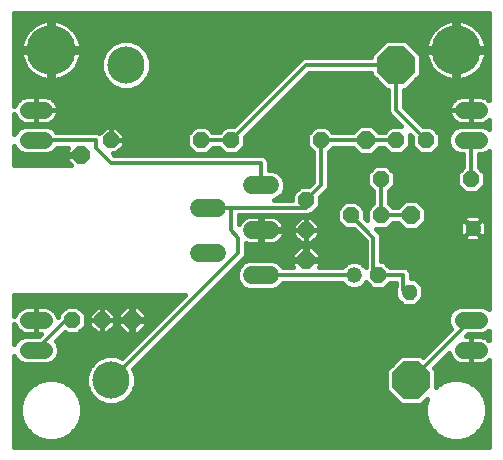
<source format=gtl>
G75*
%MOIN*%
%OFA0B0*%
%FSLAX24Y24*%
%IPPOS*%
%LPD*%
%AMOC8*
5,1,8,0,0,1.08239X$1,22.5*
%
%ADD10OC8,0.0520*%
%ADD11C,0.0520*%
%ADD12C,0.1240*%
%ADD13OC8,0.1240*%
%ADD14C,0.0600*%
%ADD15C,0.0104*%
%ADD16C,0.0560*%
%ADD17OC8,0.0600*%
%ADD18C,0.1650*%
%ADD19C,0.0120*%
%ADD20C,0.0160*%
D10*
X003380Y005180D03*
X004380Y005180D03*
X004680Y011180D03*
X007680Y011180D03*
X008680Y011180D03*
X011180Y009180D03*
X011180Y008180D03*
X012680Y008680D03*
X013680Y008680D03*
X013680Y009880D03*
X014180Y011180D03*
X015180Y011180D03*
X016680Y009880D03*
X013580Y006680D03*
X011680Y011180D03*
D11*
X012780Y006680D03*
D12*
X005180Y013680D03*
X004680Y003180D03*
D13*
X014680Y003180D03*
X014180Y013680D03*
D14*
X009980Y009680D02*
X009380Y009680D01*
X008230Y008930D02*
X007630Y008930D01*
X007630Y007430D02*
X008230Y007430D01*
X009380Y006680D02*
X009980Y006680D01*
X009980Y008180D02*
X009380Y008180D01*
D15*
X014464Y006085D02*
X014412Y006033D01*
X014412Y006205D01*
X014533Y006326D01*
X014705Y006326D01*
X014826Y006205D01*
X014826Y006033D01*
X014705Y005912D01*
X014533Y005912D01*
X014412Y006033D01*
X014490Y006065D01*
X014490Y006173D01*
X014565Y006248D01*
X014673Y006248D01*
X014748Y006173D01*
X014748Y006065D01*
X014673Y005990D01*
X014565Y005990D01*
X014490Y006065D01*
X014568Y006098D01*
X014568Y006140D01*
X014598Y006170D01*
X014640Y006170D01*
X014670Y006140D01*
X014670Y006098D01*
X014640Y006068D01*
X014598Y006068D01*
X014568Y006098D01*
X016586Y008207D02*
X016534Y008155D01*
X016534Y008327D01*
X016655Y008448D01*
X016827Y008448D01*
X016948Y008327D01*
X016948Y008155D01*
X016827Y008034D01*
X016655Y008034D01*
X016534Y008155D01*
X016612Y008187D01*
X016612Y008295D01*
X016687Y008370D01*
X016795Y008370D01*
X016870Y008295D01*
X016870Y008187D01*
X016795Y008112D01*
X016687Y008112D01*
X016612Y008187D01*
X016690Y008220D01*
X016690Y008262D01*
X016720Y008292D01*
X016762Y008292D01*
X016792Y008262D01*
X016792Y008220D01*
X016762Y008190D01*
X016720Y008190D01*
X016690Y008220D01*
D16*
X016960Y011180D02*
X016400Y011180D01*
X016400Y012180D02*
X016960Y012180D01*
X016960Y005180D02*
X016400Y005180D01*
X016400Y004180D02*
X016960Y004180D01*
X002460Y004180D02*
X001900Y004180D01*
X001900Y005180D02*
X002460Y005180D01*
X002460Y011180D02*
X001900Y011180D01*
X001900Y012180D02*
X002460Y012180D01*
D17*
X003680Y010680D03*
X005380Y005180D03*
X011180Y007180D03*
X014680Y008680D03*
X013180Y011180D03*
D18*
X016180Y014180D03*
X002680Y014180D03*
D19*
X002180Y011180D02*
X004180Y011180D01*
X004180Y010930D01*
X004680Y010430D01*
X009680Y010430D01*
X009680Y009680D01*
X008680Y008930D02*
X008680Y008180D01*
X008930Y007930D01*
X008930Y007430D01*
X004680Y003180D01*
X003380Y005180D02*
X003180Y005180D01*
X002180Y004180D01*
X007930Y008930D02*
X008680Y008930D01*
X011180Y008930D01*
X011180Y009180D01*
X011680Y009680D01*
X011680Y011180D01*
X013180Y011180D01*
X014180Y011180D01*
X014180Y012180D02*
X015180Y011180D01*
X014180Y012180D02*
X014180Y013680D01*
X011180Y013680D01*
X008680Y011180D01*
X007680Y011180D01*
X012680Y008680D02*
X013430Y007930D01*
X013430Y006680D01*
X013580Y006680D01*
X014430Y006680D01*
X014430Y006180D01*
X014619Y006119D01*
X012780Y006680D02*
X009680Y006680D01*
X013680Y008680D02*
X014680Y008680D01*
X013680Y008680D02*
X013680Y009880D01*
X016680Y009880D02*
X016680Y011180D01*
X016680Y005180D02*
X014680Y003180D01*
D20*
X001460Y003988D02*
X001460Y000960D01*
X017270Y000960D01*
X017270Y003840D01*
X017260Y003829D01*
X017201Y003787D01*
X017137Y003754D01*
X017068Y003731D01*
X016996Y003720D01*
X016690Y003720D01*
X016690Y004170D01*
X016670Y004170D01*
X016670Y003720D01*
X016364Y003720D01*
X016292Y003731D01*
X016223Y003754D01*
X016159Y003787D01*
X016100Y003829D01*
X016049Y003880D01*
X016007Y003939D01*
X015974Y004003D01*
X015951Y004072D01*
X015950Y004082D01*
X015444Y003576D01*
X015500Y003520D01*
X015500Y002957D01*
X015548Y003004D01*
X015782Y003140D01*
X016044Y003210D01*
X016316Y003210D01*
X016578Y003140D01*
X016812Y003004D01*
X017004Y002812D01*
X017140Y002578D01*
X017210Y002316D01*
X017210Y002044D01*
X017140Y001782D01*
X017004Y001548D01*
X016812Y001356D01*
X016578Y001220D01*
X016316Y001150D01*
X016044Y001150D01*
X015782Y001220D01*
X015548Y001356D01*
X015356Y001548D01*
X015220Y001782D01*
X015150Y002044D01*
X015150Y002316D01*
X015214Y002554D01*
X015020Y002360D01*
X014340Y002360D01*
X013860Y002840D01*
X013860Y003520D01*
X014340Y004000D01*
X015020Y004000D01*
X015076Y003944D01*
X016017Y004884D01*
X015993Y004908D01*
X015920Y005085D01*
X015920Y005275D01*
X015993Y005452D01*
X016128Y005587D01*
X016305Y005660D01*
X017055Y005660D01*
X017232Y005587D01*
X017270Y005549D01*
X017270Y010811D01*
X017232Y010773D01*
X017055Y010700D01*
X016940Y010700D01*
X016940Y010271D01*
X017140Y010071D01*
X017140Y009689D01*
X016871Y009420D01*
X016489Y009420D01*
X016220Y009689D01*
X016220Y010071D01*
X016420Y010271D01*
X016420Y010700D01*
X016305Y010700D01*
X016128Y010773D01*
X015993Y010908D01*
X015920Y011085D01*
X015920Y011275D01*
X015993Y011452D01*
X016128Y011587D01*
X016305Y011660D01*
X017055Y011660D01*
X017232Y011587D01*
X017270Y011549D01*
X017270Y011840D01*
X017260Y011829D01*
X017201Y011787D01*
X017137Y011754D01*
X017068Y011731D01*
X016996Y011720D01*
X016690Y011720D01*
X016690Y012170D01*
X016670Y012170D01*
X016670Y011720D01*
X016364Y011720D01*
X016292Y011731D01*
X016223Y011754D01*
X016159Y011787D01*
X016100Y011829D01*
X016049Y011880D01*
X016007Y011939D01*
X015974Y012003D01*
X015951Y012072D01*
X015940Y012144D01*
X015940Y012170D01*
X016670Y012170D01*
X016670Y012190D01*
X016670Y012640D01*
X016364Y012640D01*
X016292Y012629D01*
X016223Y012606D01*
X016159Y012573D01*
X016100Y012531D01*
X016049Y012480D01*
X016007Y012421D01*
X015974Y012357D01*
X015951Y012288D01*
X015940Y012216D01*
X015940Y012190D01*
X016670Y012190D01*
X016690Y012190D01*
X016690Y012640D01*
X016996Y012640D01*
X017068Y012629D01*
X017137Y012606D01*
X017201Y012573D01*
X017260Y012531D01*
X017270Y012520D01*
X017270Y015400D01*
X001460Y015400D01*
X001460Y012314D01*
X001474Y012357D01*
X001507Y012421D01*
X001549Y012480D01*
X001600Y012531D01*
X001659Y012573D01*
X001723Y012606D01*
X001792Y012629D01*
X001864Y012640D01*
X002170Y012640D01*
X002170Y012190D01*
X002190Y012190D01*
X002190Y012640D01*
X002496Y012640D01*
X002568Y012629D01*
X002637Y012606D01*
X002701Y012573D01*
X002760Y012531D01*
X002811Y012480D01*
X002853Y012421D01*
X002886Y012357D01*
X002909Y012288D01*
X002920Y012216D01*
X002920Y012190D01*
X002190Y012190D01*
X002190Y012170D01*
X002920Y012170D01*
X002920Y012144D01*
X002909Y012072D01*
X002886Y012003D01*
X002853Y011939D01*
X002811Y011880D01*
X002760Y011829D01*
X002701Y011787D01*
X002637Y011754D01*
X002568Y011731D01*
X002496Y011720D01*
X002190Y011720D01*
X002190Y012170D01*
X002170Y012170D01*
X002170Y011720D01*
X001864Y011720D01*
X001792Y011731D01*
X001723Y011754D01*
X001659Y011787D01*
X001600Y011829D01*
X001549Y011880D01*
X001507Y011939D01*
X001474Y012003D01*
X001460Y012046D01*
X001460Y011372D01*
X001493Y011452D01*
X001628Y011587D01*
X001805Y011660D01*
X002555Y011660D01*
X002732Y011587D01*
X002867Y011452D01*
X002872Y011440D01*
X004232Y011440D01*
X004293Y011415D01*
X004498Y011620D01*
X004680Y011620D01*
X004680Y011180D01*
X004680Y011180D01*
X005120Y011180D01*
X005120Y011362D01*
X004862Y011620D01*
X004680Y011620D01*
X004680Y011180D01*
X004680Y011180D01*
X005120Y011180D01*
X005120Y010998D01*
X004862Y010740D01*
X004738Y010740D01*
X004788Y010690D01*
X009732Y010690D01*
X009827Y010650D01*
X009900Y010577D01*
X009940Y010482D01*
X009940Y010180D01*
X010079Y010180D01*
X010263Y010104D01*
X010404Y009963D01*
X010480Y009779D01*
X010480Y009581D01*
X010404Y009397D01*
X010263Y009256D01*
X010104Y009190D01*
X010720Y009190D01*
X010720Y009371D01*
X010989Y009640D01*
X011272Y009640D01*
X011420Y009788D01*
X011420Y010789D01*
X011220Y010989D01*
X011220Y011371D01*
X011489Y011640D01*
X011871Y011640D01*
X012071Y011440D01*
X012733Y011440D01*
X012973Y011680D01*
X013387Y011680D01*
X013627Y011440D01*
X013789Y011440D01*
X013989Y011640D01*
X014352Y011640D01*
X014033Y011960D01*
X013960Y012033D01*
X013920Y012128D01*
X013920Y012860D01*
X013840Y012860D01*
X013360Y013340D01*
X013360Y013420D01*
X011288Y013420D01*
X009140Y011272D01*
X009140Y010989D01*
X008871Y010720D01*
X008489Y010720D01*
X008289Y010920D01*
X008071Y010920D01*
X007871Y010720D01*
X007489Y010720D01*
X007220Y010989D01*
X007220Y011371D01*
X007489Y011640D01*
X007871Y011640D01*
X008071Y011440D01*
X008289Y011440D01*
X008489Y011640D01*
X008772Y011640D01*
X010960Y013827D01*
X011033Y013900D01*
X011128Y013940D01*
X013360Y013940D01*
X013360Y014020D01*
X013840Y014500D01*
X014520Y014500D01*
X015000Y014020D01*
X015000Y013340D01*
X014520Y012860D01*
X014440Y012860D01*
X014440Y012288D01*
X015088Y011640D01*
X015371Y011640D01*
X015640Y011371D01*
X015640Y010989D01*
X015371Y010720D01*
X014989Y010720D01*
X014720Y010989D01*
X014720Y011272D01*
X014640Y011352D01*
X014640Y010989D01*
X014371Y010720D01*
X013989Y010720D01*
X013789Y010920D01*
X013627Y010920D01*
X013387Y010680D01*
X012973Y010680D01*
X012733Y010920D01*
X012071Y010920D01*
X011940Y010789D01*
X011940Y009628D01*
X011900Y009533D01*
X011827Y009460D01*
X011640Y009272D01*
X011640Y008989D01*
X011371Y008720D01*
X011338Y008720D01*
X011327Y008710D01*
X011232Y008670D01*
X008940Y008670D01*
X008940Y008374D01*
X008969Y008432D01*
X009014Y008493D01*
X009067Y008546D01*
X009128Y008591D01*
X009196Y008625D01*
X009268Y008648D01*
X009342Y008660D01*
X009660Y008660D01*
X009660Y008200D01*
X009700Y008200D01*
X009700Y008660D01*
X010018Y008660D01*
X010092Y008648D01*
X010164Y008625D01*
X010232Y008591D01*
X010293Y008546D01*
X010346Y008493D01*
X010391Y008432D01*
X010425Y008364D01*
X010448Y008292D01*
X010460Y008218D01*
X010460Y008200D01*
X009700Y008200D01*
X009700Y008160D01*
X010460Y008160D01*
X010460Y008142D01*
X010448Y008068D01*
X010425Y007996D01*
X010391Y007928D01*
X010346Y007867D01*
X010293Y007814D01*
X010232Y007769D01*
X010164Y007735D01*
X010092Y007712D01*
X010018Y007700D01*
X009700Y007700D01*
X009700Y008160D01*
X009660Y008160D01*
X009660Y007700D01*
X009342Y007700D01*
X009268Y007712D01*
X009196Y007735D01*
X009190Y007738D01*
X009190Y007378D01*
X009150Y007283D01*
X009077Y007210D01*
X005415Y003548D01*
X005500Y003343D01*
X005500Y003017D01*
X005375Y002716D01*
X005144Y002485D01*
X004843Y002360D01*
X004517Y002360D01*
X004216Y002485D01*
X003985Y002716D01*
X003860Y003017D01*
X003860Y003343D01*
X003985Y003644D01*
X004216Y003875D01*
X004517Y004000D01*
X004843Y004000D01*
X005048Y003915D01*
X007152Y006020D01*
X001460Y006020D01*
X001460Y005314D01*
X001474Y005357D01*
X001507Y005421D01*
X001549Y005480D01*
X001600Y005531D01*
X001659Y005573D01*
X001723Y005606D01*
X001792Y005629D01*
X001864Y005640D01*
X002170Y005640D01*
X002170Y005190D01*
X002190Y005190D01*
X002190Y005640D01*
X002496Y005640D01*
X002568Y005629D01*
X002637Y005606D01*
X002701Y005573D01*
X002760Y005531D01*
X002811Y005480D01*
X002853Y005421D01*
X002886Y005357D01*
X002909Y005288D01*
X002910Y005278D01*
X002920Y005288D01*
X002920Y005371D01*
X003189Y005640D01*
X003571Y005640D01*
X003840Y005371D01*
X003840Y004989D01*
X003571Y004720D01*
X003189Y004720D01*
X003139Y004771D01*
X002843Y004476D01*
X002867Y004452D01*
X002940Y004275D01*
X002940Y004085D01*
X002867Y003908D01*
X002732Y003773D01*
X002555Y003700D01*
X001805Y003700D01*
X001628Y003773D01*
X001493Y003908D01*
X001460Y003988D01*
X001460Y003850D02*
X001551Y003850D01*
X001460Y003692D02*
X004032Y003692D01*
X003939Y003533D02*
X001460Y003533D01*
X001460Y003375D02*
X003873Y003375D01*
X003860Y003216D02*
X001460Y003216D01*
X001460Y003058D02*
X002140Y003058D01*
X002048Y003004D02*
X001856Y002812D01*
X001720Y002578D01*
X001650Y002316D01*
X001650Y002044D01*
X001720Y001782D01*
X001856Y001548D01*
X002048Y001356D01*
X002282Y001220D01*
X002544Y001150D01*
X002816Y001150D01*
X003078Y001220D01*
X003312Y001356D01*
X003504Y001548D01*
X003640Y001782D01*
X003710Y002044D01*
X003710Y002316D01*
X003640Y002578D01*
X003504Y002812D01*
X003312Y003004D01*
X003078Y003140D01*
X002816Y003210D01*
X002544Y003210D01*
X002282Y003140D01*
X002048Y003004D01*
X001942Y002899D02*
X001460Y002899D01*
X001460Y002741D02*
X001814Y002741D01*
X001723Y002582D02*
X001460Y002582D01*
X001460Y002424D02*
X001679Y002424D01*
X001650Y002265D02*
X001460Y002265D01*
X001460Y002107D02*
X001650Y002107D01*
X001676Y001948D02*
X001460Y001948D01*
X001460Y001790D02*
X001718Y001790D01*
X001808Y001631D02*
X001460Y001631D01*
X001460Y001473D02*
X001931Y001473D01*
X002120Y001314D02*
X001460Y001314D01*
X001460Y001156D02*
X002524Y001156D01*
X002836Y001156D02*
X016024Y001156D01*
X016336Y001156D02*
X017270Y001156D01*
X017270Y001314D02*
X016740Y001314D01*
X016929Y001473D02*
X017270Y001473D01*
X017270Y001631D02*
X017052Y001631D01*
X017142Y001790D02*
X017270Y001790D01*
X017270Y001948D02*
X017184Y001948D01*
X017210Y002107D02*
X017270Y002107D01*
X017270Y002265D02*
X017210Y002265D01*
X017181Y002424D02*
X017270Y002424D01*
X017270Y002582D02*
X017137Y002582D01*
X017046Y002741D02*
X017270Y002741D01*
X017270Y002899D02*
X016918Y002899D01*
X016720Y003058D02*
X017270Y003058D01*
X017270Y003216D02*
X015500Y003216D01*
X015500Y003058D02*
X015640Y003058D01*
X015500Y003375D02*
X017270Y003375D01*
X017270Y003533D02*
X015487Y003533D01*
X015559Y003692D02*
X017270Y003692D01*
X016690Y003850D02*
X016670Y003850D01*
X016670Y004009D02*
X016690Y004009D01*
X016690Y004167D02*
X016670Y004167D01*
X016670Y004190D02*
X016670Y004640D01*
X016508Y004640D01*
X016568Y004700D01*
X017055Y004700D01*
X017232Y004773D01*
X017270Y004811D01*
X017270Y004520D01*
X017260Y004531D01*
X017201Y004573D01*
X017137Y004606D01*
X017068Y004629D01*
X016996Y004640D01*
X016690Y004640D01*
X016690Y004190D01*
X016670Y004190D01*
X016670Y004326D02*
X016690Y004326D01*
X016690Y004484D02*
X016670Y004484D01*
X016510Y004643D02*
X017270Y004643D01*
X017260Y004801D02*
X017270Y004801D01*
X017270Y005594D02*
X017216Y005594D01*
X017270Y005752D02*
X014903Y005752D01*
X014810Y005659D02*
X015079Y005929D01*
X015079Y006310D01*
X014810Y006579D01*
X014690Y006579D01*
X014690Y006732D01*
X014650Y006827D01*
X014577Y006900D01*
X014482Y006940D01*
X013971Y006940D01*
X013771Y007140D01*
X013690Y007140D01*
X013690Y007982D01*
X013650Y008077D01*
X013577Y008150D01*
X013508Y008220D01*
X013871Y008220D01*
X014071Y008420D01*
X014233Y008420D01*
X014473Y008180D01*
X014887Y008180D01*
X015180Y008473D01*
X015180Y008887D01*
X014887Y009180D01*
X014473Y009180D01*
X014233Y008940D01*
X014071Y008940D01*
X013940Y009071D01*
X013940Y009489D01*
X014140Y009689D01*
X014140Y010071D01*
X013871Y010340D01*
X013489Y010340D01*
X013220Y010071D01*
X013220Y009689D01*
X013420Y009489D01*
X013420Y009071D01*
X013220Y008871D01*
X013220Y008508D01*
X013140Y008588D01*
X013140Y008871D01*
X012871Y009140D01*
X012489Y009140D01*
X012220Y008871D01*
X012220Y008489D01*
X012489Y008220D01*
X012772Y008220D01*
X013170Y007822D01*
X013170Y006940D01*
X013170Y006941D01*
X013041Y007070D01*
X012871Y007140D01*
X012688Y007140D01*
X012519Y007070D01*
X012390Y006941D01*
X012390Y006940D01*
X011619Y006940D01*
X011660Y006981D01*
X011660Y007160D01*
X011200Y007160D01*
X011200Y007200D01*
X011160Y007200D01*
X011160Y007660D01*
X010981Y007660D01*
X010700Y007379D01*
X010700Y007200D01*
X011160Y007200D01*
X011160Y007160D01*
X010700Y007160D01*
X010700Y006981D01*
X010741Y006940D01*
X010413Y006940D01*
X010404Y006963D01*
X010263Y007104D01*
X010079Y007180D01*
X009281Y007180D01*
X009097Y007104D01*
X008956Y006963D01*
X008880Y006779D01*
X008880Y006581D01*
X008956Y006397D01*
X009097Y006256D01*
X009281Y006180D01*
X010079Y006180D01*
X010263Y006256D01*
X010404Y006397D01*
X010413Y006420D01*
X012390Y006420D01*
X012390Y006419D01*
X012519Y006290D01*
X012688Y006220D01*
X012871Y006220D01*
X013041Y006290D01*
X013170Y006419D01*
X013176Y006434D01*
X013389Y006220D01*
X013771Y006220D01*
X013971Y006420D01*
X014170Y006420D01*
X014170Y006321D01*
X014159Y006310D01*
X014159Y005929D01*
X014429Y005659D01*
X014810Y005659D01*
X015061Y005911D02*
X017270Y005911D01*
X017270Y006069D02*
X015079Y006069D01*
X015079Y006228D02*
X017270Y006228D01*
X017270Y006386D02*
X015003Y006386D01*
X014845Y006545D02*
X017270Y006545D01*
X017270Y006703D02*
X014690Y006703D01*
X014616Y006862D02*
X017270Y006862D01*
X017270Y007020D02*
X013891Y007020D01*
X013690Y007179D02*
X017270Y007179D01*
X017270Y007337D02*
X013690Y007337D01*
X013690Y007496D02*
X017270Y007496D01*
X017270Y007654D02*
X013690Y007654D01*
X013690Y007813D02*
X016547Y007813D01*
X016558Y007801D02*
X016923Y007801D01*
X017052Y007930D01*
X017181Y008058D01*
X017181Y008423D01*
X017052Y008552D01*
X016923Y008681D01*
X016558Y008681D01*
X016430Y008552D01*
X016741Y008241D01*
X017052Y008552D01*
X016741Y008241D01*
X016741Y008241D01*
X016741Y008241D01*
X017052Y007930D01*
X016741Y008241D01*
X016741Y008241D01*
X016430Y008552D01*
X016301Y008423D01*
X016301Y008058D01*
X016430Y007930D01*
X016558Y007801D01*
X016430Y007930D02*
X016741Y008241D01*
X016741Y008241D01*
X016430Y007930D01*
X016471Y007971D02*
X016471Y007971D01*
X016388Y007971D02*
X013690Y007971D01*
X013598Y008130D02*
X016301Y008130D01*
X016301Y008288D02*
X014995Y008288D01*
X015154Y008447D02*
X016324Y008447D01*
X016535Y008447D02*
X016535Y008447D01*
X016483Y008605D02*
X015180Y008605D01*
X015180Y008764D02*
X017270Y008764D01*
X017270Y008922D02*
X015145Y008922D01*
X014987Y009081D02*
X017270Y009081D01*
X017270Y009239D02*
X013940Y009239D01*
X013940Y009081D02*
X014373Y009081D01*
X013940Y009398D02*
X017270Y009398D01*
X017270Y009556D02*
X017007Y009556D01*
X017140Y009715D02*
X017270Y009715D01*
X017270Y009873D02*
X017140Y009873D01*
X017140Y010032D02*
X017270Y010032D01*
X017270Y010190D02*
X017021Y010190D01*
X016940Y010349D02*
X017270Y010349D01*
X017270Y010507D02*
X016940Y010507D01*
X016940Y010666D02*
X017270Y010666D01*
X016420Y010666D02*
X011940Y010666D01*
X011940Y010507D02*
X016420Y010507D01*
X016420Y010349D02*
X011940Y010349D01*
X011940Y010190D02*
X013339Y010190D01*
X013220Y010032D02*
X011940Y010032D01*
X011940Y009873D02*
X013220Y009873D01*
X013220Y009715D02*
X011940Y009715D01*
X011910Y009556D02*
X013353Y009556D01*
X013420Y009398D02*
X011765Y009398D01*
X011640Y009239D02*
X013420Y009239D01*
X013420Y009081D02*
X012930Y009081D01*
X013089Y008922D02*
X013271Y008922D01*
X013220Y008764D02*
X013140Y008764D01*
X013140Y008605D02*
X013220Y008605D01*
X012863Y008130D02*
X011620Y008130D01*
X011620Y008180D02*
X011180Y008180D01*
X011180Y008180D01*
X011180Y008620D01*
X011362Y008620D01*
X011620Y008362D01*
X011620Y008180D01*
X011180Y008180D01*
X011180Y008180D01*
X011180Y008180D01*
X010740Y008180D01*
X010740Y008362D01*
X010998Y008620D01*
X011180Y008620D01*
X011180Y008180D01*
X011180Y007740D01*
X011362Y007740D01*
X011620Y007998D01*
X011620Y008180D01*
X011620Y008288D02*
X012421Y008288D01*
X012263Y008447D02*
X011536Y008447D01*
X011377Y008605D02*
X012220Y008605D01*
X012220Y008764D02*
X011414Y008764D01*
X011573Y008922D02*
X012271Y008922D01*
X012430Y009081D02*
X011640Y009081D01*
X011180Y008605D02*
X011180Y008605D01*
X011180Y008447D02*
X011180Y008447D01*
X011180Y008288D02*
X011180Y008288D01*
X011180Y008180D02*
X010740Y008180D01*
X010740Y007998D01*
X010998Y007740D01*
X011180Y007740D01*
X011180Y008180D01*
X011180Y008180D01*
X011180Y008130D02*
X011180Y008130D01*
X011180Y007971D02*
X011180Y007971D01*
X011180Y007813D02*
X011180Y007813D01*
X011200Y007660D02*
X011200Y007200D01*
X011660Y007200D01*
X011660Y007379D01*
X011379Y007660D01*
X011200Y007660D01*
X011200Y007654D02*
X011160Y007654D01*
X011160Y007496D02*
X011200Y007496D01*
X011200Y007337D02*
X011160Y007337D01*
X011160Y007179D02*
X010083Y007179D01*
X010347Y007020D02*
X010700Y007020D01*
X010700Y007337D02*
X009173Y007337D01*
X009190Y007496D02*
X010817Y007496D01*
X010975Y007654D02*
X009190Y007654D01*
X009277Y007179D02*
X009046Y007179D01*
X009013Y007020D02*
X008888Y007020D01*
X008914Y006862D02*
X008729Y006862D01*
X008880Y006703D02*
X008571Y006703D01*
X008412Y006545D02*
X008895Y006545D01*
X008967Y006386D02*
X008254Y006386D01*
X008095Y006228D02*
X009166Y006228D01*
X010194Y006228D02*
X012670Y006228D01*
X012423Y006386D02*
X010393Y006386D01*
X011200Y007179D02*
X013170Y007179D01*
X013170Y007337D02*
X011660Y007337D01*
X011543Y007496D02*
X013170Y007496D01*
X013170Y007654D02*
X011385Y007654D01*
X011435Y007813D02*
X013170Y007813D01*
X013021Y007971D02*
X011593Y007971D01*
X010925Y007813D02*
X010291Y007813D01*
X010412Y007971D02*
X010767Y007971D01*
X010740Y008130D02*
X010458Y008130D01*
X010449Y008288D02*
X010740Y008288D01*
X010824Y008447D02*
X010380Y008447D01*
X010203Y008605D02*
X010983Y008605D01*
X010720Y009239D02*
X010222Y009239D01*
X010404Y009398D02*
X010747Y009398D01*
X010905Y009556D02*
X010470Y009556D01*
X010480Y009715D02*
X011347Y009715D01*
X011420Y009873D02*
X010441Y009873D01*
X010336Y010032D02*
X011420Y010032D01*
X011420Y010190D02*
X009940Y010190D01*
X009940Y010349D02*
X011420Y010349D01*
X011420Y010507D02*
X009930Y010507D01*
X009791Y010666D02*
X011420Y010666D01*
X011385Y010824D02*
X008975Y010824D01*
X009133Y010983D02*
X011227Y010983D01*
X011220Y011141D02*
X009140Y011141D01*
X009167Y011300D02*
X011220Y011300D01*
X011307Y011458D02*
X009326Y011458D01*
X009484Y011617D02*
X011466Y011617D01*
X011894Y011617D02*
X012909Y011617D01*
X012751Y011458D02*
X012053Y011458D01*
X011975Y010824D02*
X012829Y010824D01*
X013531Y010824D02*
X013885Y010824D01*
X014475Y010824D02*
X014885Y010824D01*
X014727Y010983D02*
X014633Y010983D01*
X014640Y011141D02*
X014720Y011141D01*
X014693Y011300D02*
X014640Y011300D01*
X014953Y011775D02*
X016182Y011775D01*
X016200Y011617D02*
X015394Y011617D01*
X015553Y011458D02*
X015999Y011458D01*
X015930Y011300D02*
X015640Y011300D01*
X015640Y011141D02*
X015920Y011141D01*
X015962Y010983D02*
X015633Y010983D01*
X015475Y010824D02*
X016077Y010824D01*
X016339Y010190D02*
X014021Y010190D01*
X014140Y010032D02*
X016220Y010032D01*
X016220Y009873D02*
X014140Y009873D01*
X014140Y009715D02*
X016220Y009715D01*
X016353Y009556D02*
X014007Y009556D01*
X013939Y008288D02*
X014365Y008288D01*
X013170Y007020D02*
X013091Y007020D01*
X012469Y007020D02*
X011660Y007020D01*
X012890Y006228D02*
X013382Y006228D01*
X013223Y006386D02*
X013137Y006386D01*
X013778Y006228D02*
X014159Y006228D01*
X014170Y006386D02*
X013937Y006386D01*
X014159Y006069D02*
X007937Y006069D01*
X007778Y005911D02*
X014178Y005911D01*
X014336Y005752D02*
X007620Y005752D01*
X007461Y005594D02*
X016144Y005594D01*
X015986Y005435D02*
X007303Y005435D01*
X007144Y005277D02*
X015920Y005277D01*
X015920Y005118D02*
X006986Y005118D01*
X006827Y004960D02*
X015972Y004960D01*
X015933Y004801D02*
X006669Y004801D01*
X006510Y004643D02*
X015775Y004643D01*
X015616Y004484D02*
X006352Y004484D01*
X006193Y004326D02*
X015458Y004326D01*
X015299Y004167D02*
X006035Y004167D01*
X005876Y004009D02*
X015141Y004009D01*
X015718Y003850D02*
X016079Y003850D01*
X015972Y004009D02*
X015876Y004009D01*
X014190Y003850D02*
X005718Y003850D01*
X005559Y003692D02*
X014032Y003692D01*
X013873Y003533D02*
X005421Y003533D01*
X005487Y003375D02*
X013860Y003375D01*
X013860Y003216D02*
X005500Y003216D01*
X005500Y003058D02*
X013860Y003058D01*
X013860Y002899D02*
X005451Y002899D01*
X005386Y002741D02*
X013960Y002741D01*
X014118Y002582D02*
X005242Y002582D01*
X004996Y002424D02*
X014277Y002424D01*
X015083Y002424D02*
X015179Y002424D01*
X015150Y002265D02*
X003710Y002265D01*
X003710Y002107D02*
X015150Y002107D01*
X015176Y001948D02*
X003684Y001948D01*
X003642Y001790D02*
X015218Y001790D01*
X015308Y001631D02*
X003552Y001631D01*
X003429Y001473D02*
X015431Y001473D01*
X015620Y001314D02*
X003240Y001314D01*
X003681Y002424D02*
X004364Y002424D01*
X004118Y002582D02*
X003637Y002582D01*
X003546Y002741D02*
X003974Y002741D01*
X003909Y002899D02*
X003418Y002899D01*
X003220Y003058D02*
X003860Y003058D01*
X004190Y003850D02*
X002809Y003850D01*
X002909Y004009D02*
X005141Y004009D01*
X005299Y004167D02*
X002940Y004167D01*
X002919Y004326D02*
X005458Y004326D01*
X005616Y004484D02*
X002852Y004484D01*
X003010Y004643D02*
X005775Y004643D01*
X005680Y004801D02*
X005933Y004801D01*
X005838Y004960D02*
X006092Y004960D01*
X006250Y005118D02*
X005860Y005118D01*
X005860Y005160D02*
X005400Y005160D01*
X005400Y005200D01*
X005860Y005200D01*
X005860Y005379D01*
X005579Y005660D01*
X005400Y005660D01*
X005400Y005200D01*
X005360Y005200D01*
X005360Y005660D01*
X005181Y005660D01*
X004900Y005379D01*
X004900Y005200D01*
X005360Y005200D01*
X005360Y005160D01*
X005400Y005160D01*
X005400Y004700D01*
X005579Y004700D01*
X005860Y004981D01*
X005860Y005160D01*
X005860Y005277D02*
X006409Y005277D01*
X006567Y005435D02*
X005804Y005435D01*
X005645Y005594D02*
X006726Y005594D01*
X006884Y005752D02*
X001460Y005752D01*
X001460Y005594D02*
X001698Y005594D01*
X001517Y005435D02*
X001460Y005435D01*
X001460Y005046D02*
X001474Y005003D01*
X001507Y004939D01*
X001549Y004880D01*
X001600Y004829D01*
X001659Y004787D01*
X001723Y004754D01*
X001792Y004731D01*
X001864Y004720D01*
X002170Y004720D01*
X002170Y005170D01*
X002190Y005170D01*
X002190Y004720D01*
X002352Y004720D01*
X002292Y004660D01*
X001805Y004660D01*
X001628Y004587D01*
X001493Y004452D01*
X001460Y004372D01*
X001460Y005046D01*
X001460Y004960D02*
X001496Y004960D01*
X001460Y004801D02*
X001639Y004801D01*
X001762Y004643D02*
X001460Y004643D01*
X001460Y004484D02*
X001525Y004484D01*
X002170Y004801D02*
X002190Y004801D01*
X002190Y004960D02*
X002170Y004960D01*
X002170Y005118D02*
X002190Y005118D01*
X002190Y005277D02*
X002170Y005277D01*
X002170Y005435D02*
X002190Y005435D01*
X002190Y005594D02*
X002170Y005594D01*
X002662Y005594D02*
X003143Y005594D01*
X002984Y005435D02*
X002843Y005435D01*
X003617Y005594D02*
X004171Y005594D01*
X004198Y005620D02*
X003940Y005362D01*
X003940Y005180D01*
X004380Y005180D01*
X004820Y005180D01*
X004820Y005362D01*
X004562Y005620D01*
X004380Y005620D01*
X004380Y005180D01*
X004380Y005180D01*
X004380Y005180D01*
X004820Y005180D01*
X004820Y004998D01*
X004562Y004740D01*
X004380Y004740D01*
X004380Y005180D01*
X004380Y005180D01*
X004380Y005180D01*
X004380Y005620D01*
X004198Y005620D01*
X004380Y005594D02*
X004380Y005594D01*
X004380Y005435D02*
X004380Y005435D01*
X004380Y005277D02*
X004380Y005277D01*
X004380Y005180D02*
X003940Y005180D01*
X003940Y004998D01*
X004198Y004740D01*
X004380Y004740D01*
X004380Y005180D01*
X004380Y005118D02*
X004380Y005118D01*
X004380Y004960D02*
X004380Y004960D01*
X004380Y004801D02*
X004380Y004801D01*
X004623Y004801D02*
X005080Y004801D01*
X005181Y004700D02*
X004900Y004981D01*
X004900Y005160D01*
X005360Y005160D01*
X005360Y004700D01*
X005181Y004700D01*
X005360Y004801D02*
X005400Y004801D01*
X005400Y004960D02*
X005360Y004960D01*
X005360Y005118D02*
X005400Y005118D01*
X005400Y005277D02*
X005360Y005277D01*
X005360Y005435D02*
X005400Y005435D01*
X005400Y005594D02*
X005360Y005594D01*
X005115Y005594D02*
X004589Y005594D01*
X004747Y005435D02*
X004956Y005435D01*
X004900Y005277D02*
X004820Y005277D01*
X004820Y005118D02*
X004900Y005118D01*
X004922Y004960D02*
X004782Y004960D01*
X004137Y004801D02*
X003652Y004801D01*
X003810Y004960D02*
X003978Y004960D01*
X003940Y005118D02*
X003840Y005118D01*
X003840Y005277D02*
X003940Y005277D01*
X004013Y005435D02*
X003776Y005435D01*
X001460Y005911D02*
X007043Y005911D01*
X009660Y007813D02*
X009700Y007813D01*
X009700Y007971D02*
X009660Y007971D01*
X009660Y008130D02*
X009700Y008130D01*
X009700Y008288D02*
X009660Y008288D01*
X009660Y008447D02*
X009700Y008447D01*
X009700Y008605D02*
X009660Y008605D01*
X009157Y008605D02*
X008940Y008605D01*
X008940Y008447D02*
X008980Y008447D01*
X008385Y010824D02*
X007975Y010824D01*
X007385Y010824D02*
X004946Y010824D01*
X005105Y010983D02*
X007227Y010983D01*
X007220Y011141D02*
X005120Y011141D01*
X005120Y011300D02*
X007220Y011300D01*
X007307Y011458D02*
X005024Y011458D01*
X004866Y011617D02*
X007466Y011617D01*
X007894Y011617D02*
X008466Y011617D01*
X008307Y011458D02*
X008053Y011458D01*
X008907Y011775D02*
X002678Y011775D01*
X002660Y011617D02*
X004494Y011617D01*
X004680Y011617D02*
X004680Y011617D01*
X004680Y011458D02*
X004680Y011458D01*
X004680Y011300D02*
X004680Y011300D01*
X004336Y011458D02*
X002861Y011458D01*
X002850Y011934D02*
X009066Y011934D01*
X009224Y012092D02*
X002912Y012092D01*
X002915Y012251D02*
X009383Y012251D01*
X009541Y012409D02*
X002860Y012409D01*
X002709Y012568D02*
X009700Y012568D01*
X009858Y012726D02*
X001460Y012726D01*
X001460Y012568D02*
X001651Y012568D01*
X001500Y012409D02*
X001460Y012409D01*
X001460Y011934D02*
X001510Y011934D01*
X001460Y011775D02*
X001682Y011775D01*
X001700Y011617D02*
X001460Y011617D01*
X001460Y011458D02*
X001499Y011458D01*
X001460Y010988D02*
X001493Y010908D01*
X001628Y010773D01*
X001805Y010700D01*
X002555Y010700D01*
X002732Y010773D01*
X002867Y010908D01*
X002872Y010920D01*
X003241Y010920D01*
X003200Y010879D01*
X003200Y010700D01*
X003660Y010700D01*
X003660Y010660D01*
X003200Y010660D01*
X003200Y010481D01*
X003341Y010340D01*
X001460Y010340D01*
X001460Y010988D01*
X001460Y010983D02*
X001462Y010983D01*
X001460Y010824D02*
X001577Y010824D01*
X001460Y010666D02*
X003660Y010666D01*
X003333Y010349D02*
X001460Y010349D01*
X001460Y010507D02*
X003200Y010507D01*
X003200Y010824D02*
X002783Y010824D01*
X002190Y011775D02*
X002170Y011775D01*
X002170Y011934D02*
X002190Y011934D01*
X002190Y012092D02*
X002170Y012092D01*
X002170Y012251D02*
X002190Y012251D01*
X002190Y012409D02*
X002170Y012409D01*
X002170Y012568D02*
X002190Y012568D01*
X002401Y013213D02*
X002295Y013250D01*
X002193Y013299D01*
X002098Y013359D01*
X002009Y013429D01*
X001929Y013509D01*
X001859Y013598D01*
X001799Y013693D01*
X001750Y013795D01*
X001713Y013901D01*
X001688Y014011D01*
X001678Y014100D01*
X002600Y014100D01*
X002760Y014100D01*
X002760Y014260D01*
X003682Y014260D01*
X003672Y014349D01*
X003647Y014459D01*
X003610Y014565D01*
X003561Y014667D01*
X003501Y014762D01*
X003431Y014851D01*
X003351Y014931D01*
X003262Y015001D01*
X003167Y015061D01*
X003065Y015110D01*
X002959Y015147D01*
X002849Y015172D01*
X002760Y015182D01*
X002760Y014260D01*
X002600Y014260D01*
X002600Y015182D01*
X002511Y015172D01*
X002401Y015147D01*
X002295Y015110D01*
X002193Y015061D01*
X002098Y015001D01*
X002009Y014931D01*
X001929Y014851D01*
X001859Y014762D01*
X001799Y014667D01*
X001750Y014565D01*
X001713Y014459D01*
X001688Y014349D01*
X001678Y014260D01*
X002600Y014260D01*
X002600Y014100D01*
X002600Y013178D01*
X002511Y013188D01*
X002401Y013213D01*
X002451Y013202D02*
X001460Y013202D01*
X001460Y013360D02*
X002096Y013360D01*
X001922Y013519D02*
X001460Y013519D01*
X001460Y013677D02*
X001809Y013677D01*
X001736Y013836D02*
X001460Y013836D01*
X001460Y013994D02*
X001692Y013994D01*
X001460Y014153D02*
X002600Y014153D01*
X002600Y014311D02*
X002760Y014311D01*
X002760Y014153D02*
X004493Y014153D01*
X004485Y014144D02*
X004360Y013843D01*
X004360Y013517D01*
X004485Y013216D01*
X004716Y012985D01*
X005017Y012860D01*
X005343Y012860D01*
X005644Y012985D01*
X005875Y013216D01*
X006000Y013517D01*
X006000Y013843D01*
X005875Y014144D01*
X005644Y014375D01*
X005343Y014500D01*
X005017Y014500D01*
X004716Y014375D01*
X004485Y014144D01*
X004423Y013994D02*
X003668Y013994D01*
X003672Y014011D02*
X003682Y014100D01*
X002760Y014100D01*
X002760Y013178D01*
X002849Y013188D01*
X002959Y013213D01*
X003065Y013250D01*
X003167Y013299D01*
X003262Y013359D01*
X003351Y013429D01*
X003431Y013509D01*
X003501Y013598D01*
X003561Y013693D01*
X003610Y013795D01*
X003647Y013901D01*
X003672Y014011D01*
X003624Y013836D02*
X004360Y013836D01*
X004360Y013677D02*
X003551Y013677D01*
X003438Y013519D02*
X004360Y013519D01*
X004425Y013360D02*
X003264Y013360D01*
X002909Y013202D02*
X004499Y013202D01*
X004657Y013043D02*
X001460Y013043D01*
X001460Y012885D02*
X004958Y012885D01*
X005402Y012885D02*
X010017Y012885D01*
X010175Y013043D02*
X005703Y013043D01*
X005861Y013202D02*
X010334Y013202D01*
X010492Y013360D02*
X005935Y013360D01*
X006000Y013519D02*
X010651Y013519D01*
X010809Y013677D02*
X006000Y013677D01*
X006000Y013836D02*
X010968Y013836D01*
X011228Y013360D02*
X013360Y013360D01*
X013499Y013202D02*
X011069Y013202D01*
X010911Y013043D02*
X013657Y013043D01*
X013816Y012885D02*
X010752Y012885D01*
X010594Y012726D02*
X013920Y012726D01*
X013920Y012568D02*
X010435Y012568D01*
X010277Y012409D02*
X013920Y012409D01*
X013920Y012251D02*
X010118Y012251D01*
X009960Y012092D02*
X013935Y012092D01*
X014059Y011934D02*
X009801Y011934D01*
X009643Y011775D02*
X014217Y011775D01*
X013966Y011617D02*
X013451Y011617D01*
X013609Y011458D02*
X013807Y011458D01*
X014636Y012092D02*
X015948Y012092D01*
X015945Y012251D02*
X014477Y012251D01*
X014440Y012409D02*
X016000Y012409D01*
X016151Y012568D02*
X014440Y012568D01*
X014440Y012726D02*
X017270Y012726D01*
X017270Y012568D02*
X017209Y012568D01*
X017270Y012885D02*
X014544Y012885D01*
X014703Y013043D02*
X017270Y013043D01*
X017270Y013202D02*
X016409Y013202D01*
X016459Y013213D02*
X016349Y013188D01*
X016260Y013178D01*
X016260Y014100D01*
X016260Y014260D01*
X017182Y014260D01*
X017172Y014349D01*
X017147Y014459D01*
X017110Y014565D01*
X017061Y014667D01*
X017001Y014762D01*
X016931Y014851D01*
X016851Y014931D01*
X016762Y015001D01*
X016667Y015061D01*
X016565Y015110D01*
X016459Y015147D01*
X016349Y015172D01*
X016260Y015182D01*
X016260Y014260D01*
X016100Y014260D01*
X016100Y015182D01*
X016011Y015172D01*
X015901Y015147D01*
X015795Y015110D01*
X015693Y015061D01*
X015598Y015001D01*
X015509Y014931D01*
X015429Y014851D01*
X015359Y014762D01*
X015299Y014667D01*
X015250Y014565D01*
X015213Y014459D01*
X015188Y014349D01*
X015178Y014260D01*
X016100Y014260D01*
X016100Y014100D01*
X016260Y014100D01*
X017182Y014100D01*
X017172Y014011D01*
X017147Y013901D01*
X017110Y013795D01*
X017061Y013693D01*
X017001Y013598D01*
X016931Y013509D01*
X016851Y013429D01*
X016762Y013359D01*
X016667Y013299D01*
X016565Y013250D01*
X016459Y013213D01*
X016260Y013202D02*
X016100Y013202D01*
X016100Y013178D02*
X016100Y014100D01*
X015178Y014100D01*
X015188Y014011D01*
X015213Y013901D01*
X015250Y013795D01*
X015299Y013693D01*
X015359Y013598D01*
X015429Y013509D01*
X015509Y013429D01*
X015598Y013359D01*
X015693Y013299D01*
X015795Y013250D01*
X015901Y013213D01*
X016011Y013188D01*
X016100Y013178D01*
X015951Y013202D02*
X014861Y013202D01*
X015000Y013360D02*
X015596Y013360D01*
X015422Y013519D02*
X015000Y013519D01*
X015000Y013677D02*
X015309Y013677D01*
X015236Y013836D02*
X015000Y013836D01*
X015000Y013994D02*
X015192Y013994D01*
X015183Y014311D02*
X014709Y014311D01*
X014867Y014153D02*
X016100Y014153D01*
X016100Y014311D02*
X016260Y014311D01*
X016260Y014153D02*
X017270Y014153D01*
X017270Y014311D02*
X017177Y014311D01*
X017143Y014470D02*
X017270Y014470D01*
X017270Y014628D02*
X017080Y014628D01*
X016982Y014787D02*
X017270Y014787D01*
X017270Y014945D02*
X016833Y014945D01*
X016579Y015104D02*
X017270Y015104D01*
X017270Y015262D02*
X001460Y015262D01*
X001460Y015104D02*
X002281Y015104D01*
X002027Y014945D02*
X001460Y014945D01*
X001460Y014787D02*
X001878Y014787D01*
X001780Y014628D02*
X001460Y014628D01*
X001460Y014470D02*
X001717Y014470D01*
X001683Y014311D02*
X001460Y014311D01*
X002600Y014470D02*
X002760Y014470D01*
X002760Y014628D02*
X002600Y014628D01*
X002600Y014787D02*
X002760Y014787D01*
X002760Y014945D02*
X002600Y014945D01*
X002600Y015104D02*
X002760Y015104D01*
X003079Y015104D02*
X015781Y015104D01*
X015527Y014945D02*
X003333Y014945D01*
X003482Y014787D02*
X015378Y014787D01*
X015280Y014628D02*
X003580Y014628D01*
X003643Y014470D02*
X004943Y014470D01*
X004651Y014311D02*
X003677Y014311D01*
X002760Y013994D02*
X002600Y013994D01*
X002600Y013836D02*
X002760Y013836D01*
X002760Y013677D02*
X002600Y013677D01*
X002600Y013519D02*
X002760Y013519D01*
X002760Y013360D02*
X002600Y013360D01*
X002600Y013202D02*
X002760Y013202D01*
X005417Y014470D02*
X013810Y014470D01*
X013651Y014311D02*
X005709Y014311D01*
X005867Y014153D02*
X013493Y014153D01*
X013360Y013994D02*
X005937Y013994D01*
X014550Y014470D02*
X015217Y014470D01*
X016100Y014470D02*
X016260Y014470D01*
X016260Y014628D02*
X016100Y014628D01*
X016100Y014787D02*
X016260Y014787D01*
X016260Y014945D02*
X016100Y014945D01*
X016100Y015104D02*
X016260Y015104D01*
X016260Y013994D02*
X016100Y013994D01*
X016100Y013836D02*
X016260Y013836D01*
X016260Y013677D02*
X016100Y013677D01*
X016100Y013519D02*
X016260Y013519D01*
X016260Y013360D02*
X016100Y013360D01*
X016764Y013360D02*
X017270Y013360D01*
X017270Y013519D02*
X016938Y013519D01*
X017051Y013677D02*
X017270Y013677D01*
X017270Y013836D02*
X017124Y013836D01*
X017168Y013994D02*
X017270Y013994D01*
X016690Y012568D02*
X016670Y012568D01*
X016670Y012409D02*
X016690Y012409D01*
X016690Y012251D02*
X016670Y012251D01*
X016670Y012092D02*
X016690Y012092D01*
X016690Y011934D02*
X016670Y011934D01*
X016670Y011775D02*
X016690Y011775D01*
X017178Y011775D02*
X017270Y011775D01*
X017270Y011617D02*
X017160Y011617D01*
X016010Y011934D02*
X014794Y011934D01*
X016999Y008605D02*
X017270Y008605D01*
X017270Y008447D02*
X017157Y008447D01*
X017181Y008288D02*
X017270Y008288D01*
X017270Y008130D02*
X017181Y008130D01*
X017093Y007971D02*
X017270Y007971D01*
X017270Y007813D02*
X016935Y007813D01*
X017010Y007971D02*
X017010Y007971D01*
X016852Y008130D02*
X016852Y008130D01*
X016788Y008288D02*
X016788Y008288D01*
X016693Y008288D02*
X016693Y008288D01*
X016630Y008130D02*
X016630Y008130D01*
X016947Y008447D02*
X016947Y008447D01*
X017270Y000997D02*
X001460Y000997D01*
M02*

</source>
